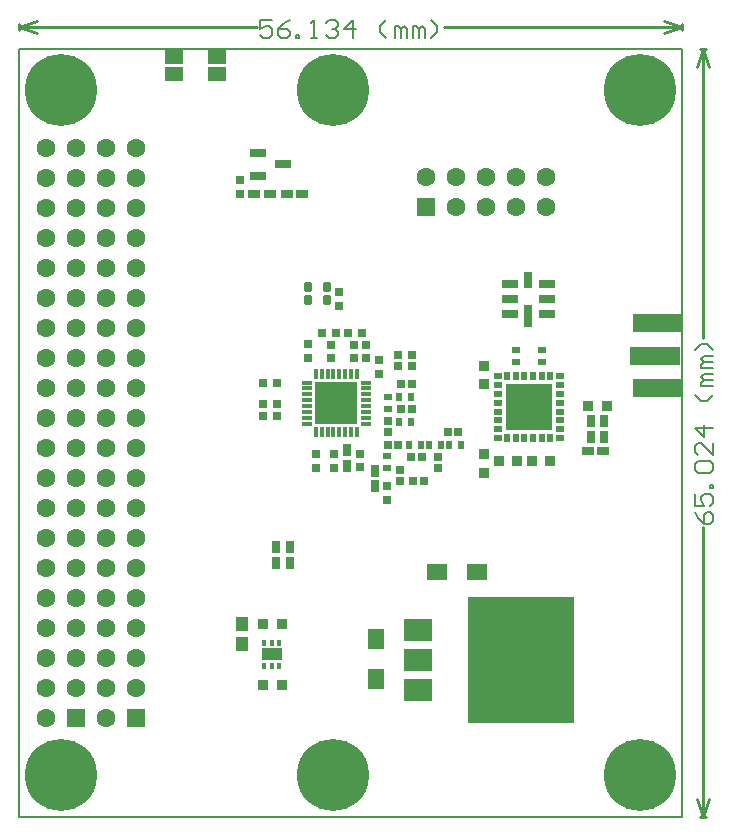
<source format=gts>
G04 Layer_Color=8388736*
%FSLAX44Y44*%
%MOMM*%
G71*
G01*
G75*
%ADD42C,0.2540*%
%ADD45C,0.1778*%
%ADD53C,0.1524*%
%ADD91R,0.5300X0.6800*%
%ADD92R,0.6800X0.5300*%
%ADD93R,0.6800X0.6300*%
%ADD94R,4.0050X4.0050*%
%ADD95R,0.9516X0.9516*%
%ADD96R,0.9516X0.9516*%
%ADD97R,0.8016X1.0016*%
%ADD98R,0.4016X0.5516*%
%ADD99R,1.7016X0.9916*%
%ADD100R,1.1016X1.2016*%
%ADD101R,1.6516X1.4016*%
%ADD102R,8.9916X10.7696*%
%ADD103R,2.3876X1.8796*%
%ADD104R,1.4016X1.6516*%
%ADD105R,1.0016X0.8016*%
%ADD106R,4.3500X1.6000*%
%ADD107R,4.0500X1.6000*%
%ADD108R,0.7516X1.9316*%
%ADD109R,1.4316X0.7516*%
%ADD110R,0.7516X1.4316*%
%ADD111R,0.8016X0.5516*%
%ADD112R,0.6516X0.6516*%
%ADD113R,1.5000X1.1500*%
%ADD114R,1.4016X0.7016*%
G04:AMPARAMS|DCode=115|XSize=0.7016mm|YSize=0.8516mm|CornerRadius=0.1258mm|HoleSize=0mm|Usage=FLASHONLY|Rotation=0.000|XOffset=0mm|YOffset=0mm|HoleType=Round|Shape=RoundedRectangle|*
%AMROUNDEDRECTD115*
21,1,0.7016,0.6000,0,0,0.0*
21,1,0.4500,0.8516,0,0,0.0*
1,1,0.2516,0.2250,-0.3000*
1,1,0.2516,-0.2250,-0.3000*
1,1,0.2516,-0.2250,0.3000*
1,1,0.2516,0.2250,0.3000*
%
%ADD115ROUNDEDRECTD115*%
%ADD116R,0.6516X0.6516*%
%ADD117R,0.7800X0.7800*%
%ADD118R,0.7800X0.7800*%
%ADD119R,0.5516X0.8016*%
%ADD120O,0.9516X0.3816*%
%ADD121O,0.3816X0.9516*%
%ADD122R,3.5516X3.5516*%
%ADD123C,6.1016*%
%ADD124R,1.6016X1.6016*%
%ADD125C,1.6016*%
%ADD126R,1.6016X1.6016*%
%ADD127C,0.6516*%
%ADD128C,0.4826*%
%ADD129C,0.5516*%
D42*
X312420Y1038987D02*
X514120D01*
X672060D02*
X873760D01*
X312420D02*
X327660Y1044067D01*
X312420Y1038987D02*
X327660Y1033907D01*
X858520Y1044067D02*
X873760Y1038987D01*
X858520Y1033907D02*
X873760Y1038987D01*
X312420Y1036447D02*
Y1041527D01*
X873760Y1036447D02*
Y1041527D01*
X891286Y370840D02*
Y615721D01*
Y776199D02*
Y1021080D01*
X886206Y386080D02*
X891286Y370840D01*
X896366Y386080D01*
X886206Y1005840D02*
X891286Y1021080D01*
X896366Y1005840D01*
X888746Y370840D02*
X893826D01*
X888746Y1021080D02*
X893826D01*
D45*
X312420Y370840D02*
X873760D01*
X312420D02*
Y1021080D01*
X873760D01*
Y370840D02*
Y1021080D01*
D53*
X526817Y1045080D02*
X516660D01*
Y1037463D01*
X521739Y1040002D01*
X524278D01*
X526817Y1037463D01*
Y1032385D01*
X524278Y1029846D01*
X519199D01*
X516660Y1032385D01*
X542052Y1045080D02*
X536974Y1042541D01*
X531895Y1037463D01*
Y1032385D01*
X534435Y1029846D01*
X539513D01*
X542052Y1032385D01*
Y1034924D01*
X539513Y1037463D01*
X531895D01*
X547130Y1029846D02*
Y1032385D01*
X549670D01*
Y1029846D01*
X547130D01*
X559826D02*
X564905D01*
X562365D01*
Y1045080D01*
X559826Y1042541D01*
X572522D02*
X575061Y1045080D01*
X580140D01*
X582679Y1042541D01*
Y1040002D01*
X580140Y1037463D01*
X577601D01*
X580140D01*
X582679Y1034924D01*
Y1032385D01*
X580140Y1029846D01*
X575061D01*
X572522Y1032385D01*
X595375Y1029846D02*
Y1045080D01*
X587757Y1037463D01*
X597914D01*
X623306Y1029846D02*
X618227Y1034924D01*
Y1040002D01*
X623306Y1045080D01*
X630923Y1029846D02*
Y1040002D01*
X633462D01*
X636002Y1037463D01*
Y1029846D01*
Y1037463D01*
X638541Y1040002D01*
X641080Y1037463D01*
Y1029846D01*
X646158D02*
Y1040002D01*
X648698D01*
X651237Y1037463D01*
Y1029846D01*
Y1037463D01*
X653776Y1040002D01*
X656315Y1037463D01*
Y1029846D01*
X661393D02*
X666472Y1034924D01*
Y1040002D01*
X661393Y1045080D01*
X885192Y628417D02*
X887732Y623339D01*
X892810Y618261D01*
X897888D01*
X900427Y620800D01*
Y625878D01*
X897888Y628417D01*
X895349D01*
X892810Y625878D01*
Y618261D01*
X885192Y643652D02*
Y633496D01*
X892810D01*
X890271Y638574D01*
Y641113D01*
X892810Y643652D01*
X897888D01*
X900427Y641113D01*
Y636035D01*
X897888Y633496D01*
X900427Y648731D02*
X897888D01*
Y651270D01*
X900427D01*
Y648731D01*
X887732Y661427D02*
X885192Y663966D01*
Y669044D01*
X887732Y671583D01*
X897888D01*
X900427Y669044D01*
Y663966D01*
X897888Y661427D01*
X887732D01*
X900427Y686818D02*
Y676662D01*
X890271Y686818D01*
X887732D01*
X885192Y684279D01*
Y679201D01*
X887732Y676662D01*
X900427Y699514D02*
X885192D01*
X892810Y691897D01*
Y702054D01*
X900427Y727445D02*
X895349Y722367D01*
X890271D01*
X885192Y727445D01*
X900427Y735063D02*
X890271D01*
Y737602D01*
X892810Y740141D01*
X900427D01*
X892810D01*
X890271Y742680D01*
X892810Y745220D01*
X900427D01*
Y750298D02*
X890271D01*
Y752837D01*
X892810Y755376D01*
X900427D01*
X892810D01*
X890271Y757915D01*
X892810Y760455D01*
X900427D01*
Y765533D02*
X895349Y770611D01*
X890271D01*
X885192Y765533D01*
D91*
X725870Y691250D02*
D03*
X733120D02*
D03*
X740370D02*
D03*
X747630D02*
D03*
X754880D02*
D03*
X762130D02*
D03*
X725870Y743750D02*
D03*
X733120D02*
D03*
X740370D02*
D03*
X747630D02*
D03*
X754880D02*
D03*
X762130D02*
D03*
D92*
X717750Y698750D02*
D03*
Y706250D02*
D03*
Y713750D02*
D03*
Y721250D02*
D03*
Y728750D02*
D03*
Y736250D02*
D03*
X770250D02*
D03*
Y728750D02*
D03*
Y721250D02*
D03*
Y713750D02*
D03*
Y706250D02*
D03*
Y698750D02*
D03*
D93*
Y691000D02*
D03*
X717750D02*
D03*
Y744000D02*
D03*
X770250D02*
D03*
D94*
X744000Y717500D02*
D03*
D95*
X706500Y677500D02*
D03*
Y662000D02*
D03*
X706000Y752500D02*
D03*
Y737000D02*
D03*
D96*
X718750Y672000D02*
D03*
X734250D02*
D03*
X762250D02*
D03*
X746750D02*
D03*
X534750Y533890D02*
D03*
X519250D02*
D03*
X534750Y481890D02*
D03*
X519250D02*
D03*
X794500Y718500D02*
D03*
X810000D02*
D03*
D97*
X530000Y585750D02*
D03*
Y598750D02*
D03*
X542250Y585750D02*
D03*
Y598750D02*
D03*
X797000Y705500D02*
D03*
Y692500D02*
D03*
X808000Y692500D02*
D03*
Y705500D02*
D03*
X590500Y681000D02*
D03*
Y668000D02*
D03*
X613750Y650750D02*
D03*
Y663750D02*
D03*
D98*
X533000Y518000D02*
D03*
X526500D02*
D03*
X520000D02*
D03*
X533000Y498500D02*
D03*
X526500D02*
D03*
X520000D02*
D03*
D99*
X526500Y508250D02*
D03*
D100*
X501000Y516890D02*
D03*
Y533890D02*
D03*
D101*
X666250Y577500D02*
D03*
X700250D02*
D03*
D102*
X737500Y503750D02*
D03*
D103*
X650250Y478350D02*
D03*
Y503750D02*
D03*
Y529150D02*
D03*
D104*
X614750Y521500D02*
D03*
Y487500D02*
D03*
D105*
X807250Y680000D02*
D03*
X794250D02*
D03*
X539000Y898000D02*
D03*
X552000D02*
D03*
X511750D02*
D03*
X524750D02*
D03*
D106*
X851250Y761000D02*
D03*
D107*
X852750Y733300D02*
D03*
Y788700D02*
D03*
D108*
X743750Y794250D02*
D03*
D109*
X728400Y796250D02*
D03*
Y808950D02*
D03*
Y821650D02*
D03*
X759100D02*
D03*
Y808950D02*
D03*
Y796250D02*
D03*
D110*
X743750Y824950D02*
D03*
D111*
X733000Y755500D02*
D03*
Y765500D02*
D03*
X755000Y765500D02*
D03*
Y755500D02*
D03*
X624500Y715800D02*
D03*
Y725700D02*
D03*
X624250Y665800D02*
D03*
Y675700D02*
D03*
D112*
X499750Y897908D02*
D03*
Y909592D02*
D03*
X583250Y814592D02*
D03*
Y802908D02*
D03*
X557000Y771092D02*
D03*
Y759408D02*
D03*
X606250Y758658D02*
D03*
Y770342D02*
D03*
X595750Y770342D02*
D03*
Y758658D02*
D03*
X576750Y770342D02*
D03*
Y758658D02*
D03*
X617500Y745908D02*
D03*
Y757592D02*
D03*
X563750Y666316D02*
D03*
Y678000D02*
D03*
X579500Y666316D02*
D03*
Y678000D02*
D03*
X601500Y666408D02*
D03*
Y678092D02*
D03*
X624000Y650842D02*
D03*
Y639158D02*
D03*
D113*
X444000Y999500D02*
D03*
Y1014000D02*
D03*
X480000D02*
D03*
Y999500D02*
D03*
D114*
X536000Y923000D02*
D03*
X515000Y913500D02*
D03*
Y932500D02*
D03*
D115*
X556750Y808250D02*
D03*
X573250D02*
D03*
Y819550D02*
D03*
X556750D02*
D03*
D116*
X602592Y780500D02*
D03*
X590908D02*
D03*
X581092D02*
D03*
X569408D02*
D03*
X633658Y761500D02*
D03*
X645342D02*
D03*
X633658Y752500D02*
D03*
X645342D02*
D03*
X530592Y720000D02*
D03*
X518908D02*
D03*
X530592Y710000D02*
D03*
X518908D02*
D03*
X530592Y738250D02*
D03*
X518908D02*
D03*
D117*
X645250Y737000D02*
D03*
X636250D02*
D03*
X646000Y655000D02*
D03*
X655000D02*
D03*
X684500Y696250D02*
D03*
X675500D02*
D03*
X653500Y675000D02*
D03*
X644500D02*
D03*
X633500Y685500D02*
D03*
X624500D02*
D03*
X645250Y715500D02*
D03*
X636250D02*
D03*
D118*
X635000Y664000D02*
D03*
Y655000D02*
D03*
X667500Y675000D02*
D03*
Y666000D02*
D03*
X624500Y705750D02*
D03*
Y696750D02*
D03*
D119*
X676500Y685500D02*
D03*
X686500D02*
D03*
X659500D02*
D03*
X669500D02*
D03*
X642500Y685500D02*
D03*
X652500D02*
D03*
X634250Y704750D02*
D03*
X644250D02*
D03*
X634250Y726250D02*
D03*
X644250D02*
D03*
D120*
X556500Y738250D02*
D03*
Y733250D02*
D03*
Y728250D02*
D03*
Y723250D02*
D03*
Y718250D02*
D03*
Y713250D02*
D03*
Y708250D02*
D03*
Y703250D02*
D03*
X606000D02*
D03*
Y708250D02*
D03*
Y713250D02*
D03*
Y718250D02*
D03*
Y723250D02*
D03*
Y728250D02*
D03*
Y733250D02*
D03*
Y738250D02*
D03*
D121*
X563750Y696000D02*
D03*
X568750D02*
D03*
X573750D02*
D03*
X578750D02*
D03*
X583750D02*
D03*
X588750D02*
D03*
X593750D02*
D03*
X598750D02*
D03*
Y745500D02*
D03*
X593750D02*
D03*
X588750D02*
D03*
X583750D02*
D03*
X578750D02*
D03*
X573750D02*
D03*
X568750D02*
D03*
X563750D02*
D03*
D122*
X581250Y720750D02*
D03*
D123*
X347980Y406020D02*
D03*
Y985980D02*
D03*
X577980D02*
D03*
Y406020D02*
D03*
X837979Y985980D02*
D03*
Y406020D02*
D03*
D124*
X657450Y886850D02*
D03*
D125*
Y912250D02*
D03*
X682850Y886850D02*
D03*
Y912250D02*
D03*
X708250Y886850D02*
D03*
Y912250D02*
D03*
X733650Y886850D02*
D03*
Y912250D02*
D03*
X759050Y886850D02*
D03*
Y912250D02*
D03*
X386080Y937260D02*
D03*
X411480D02*
D03*
X386080Y911860D02*
D03*
X411480D02*
D03*
X386080Y886460D02*
D03*
X411480D02*
D03*
X386080Y861060D02*
D03*
X411480D02*
D03*
X386080Y835660D02*
D03*
X411480D02*
D03*
X386080Y810260D02*
D03*
X411480D02*
D03*
X386080Y784860D02*
D03*
X411480D02*
D03*
X386080Y759460D02*
D03*
X411480D02*
D03*
X386080Y734060D02*
D03*
X411480D02*
D03*
X386080Y708660D02*
D03*
X411480D02*
D03*
X386080Y683260D02*
D03*
X411480D02*
D03*
X386080Y657860D02*
D03*
X411480D02*
D03*
X386080Y632460D02*
D03*
X411480D02*
D03*
X386080Y607060D02*
D03*
X411480D02*
D03*
X386080Y581660D02*
D03*
X411480D02*
D03*
X386080Y556260D02*
D03*
X411480D02*
D03*
X386080Y530860D02*
D03*
X411480D02*
D03*
X386080Y505460D02*
D03*
X411480D02*
D03*
X386080Y480060D02*
D03*
X411480D02*
D03*
X386080Y454660D02*
D03*
X335280Y937260D02*
D03*
X360680D02*
D03*
X335280Y911860D02*
D03*
X360680D02*
D03*
X335280Y886460D02*
D03*
X360680D02*
D03*
X335280Y861060D02*
D03*
X360680D02*
D03*
X335280Y835660D02*
D03*
X360680D02*
D03*
X335280Y810260D02*
D03*
X360680D02*
D03*
X335280Y784860D02*
D03*
X360680D02*
D03*
X335280Y759460D02*
D03*
X360680D02*
D03*
X335280Y734060D02*
D03*
X360680D02*
D03*
X335280Y708660D02*
D03*
X360680D02*
D03*
X335280Y683260D02*
D03*
X360680D02*
D03*
X335280Y657860D02*
D03*
X360680D02*
D03*
X335280Y632460D02*
D03*
X360680D02*
D03*
X335280Y607060D02*
D03*
X360680D02*
D03*
X335280Y581660D02*
D03*
X360680D02*
D03*
X335280Y556260D02*
D03*
X360680D02*
D03*
X335280Y530860D02*
D03*
X360680D02*
D03*
X335280Y505460D02*
D03*
X360680D02*
D03*
X335280Y480060D02*
D03*
X360680D02*
D03*
X335280Y454660D02*
D03*
D126*
X411480D02*
D03*
X360680D02*
D03*
D127*
X744000Y717500D02*
D03*
Y705500D02*
D03*
Y729500D02*
D03*
X756000D02*
D03*
Y717500D02*
D03*
Y705500D02*
D03*
X732000D02*
D03*
Y717500D02*
D03*
Y729500D02*
D03*
D128*
X521420Y508250D02*
D03*
X531580D02*
D03*
D129*
X581250Y720750D02*
D03*
Y730750D02*
D03*
X591250D02*
D03*
Y720750D02*
D03*
Y710750D02*
D03*
X581250D02*
D03*
X571250D02*
D03*
Y720750D02*
D03*
Y730750D02*
D03*
M02*

</source>
